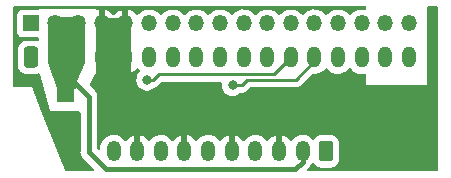
<source format=gbr>
%TF.GenerationSoftware,KiCad,Pcbnew,(6.0.1)*%
%TF.CreationDate,2022-07-04T15:46:30-07:00*%
%TF.ProjectId,mu100-dit-connector-board,6d753130-302d-4646-9974-2d636f6e6e65,rev?*%
%TF.SameCoordinates,Original*%
%TF.FileFunction,Copper,L1,Top*%
%TF.FilePolarity,Positive*%
%FSLAX46Y46*%
G04 Gerber Fmt 4.6, Leading zero omitted, Abs format (unit mm)*
G04 Created by KiCad (PCBNEW (6.0.1)) date 2022-07-04 15:46:30*
%MOMM*%
%LPD*%
G01*
G04 APERTURE LIST*
G04 Aperture macros list*
%AMRoundRect*
0 Rectangle with rounded corners*
0 $1 Rounding radius*
0 $2 $3 $4 $5 $6 $7 $8 $9 X,Y pos of 4 corners*
0 Add a 4 corners polygon primitive as box body*
4,1,4,$2,$3,$4,$5,$6,$7,$8,$9,$2,$3,0*
0 Add four circle primitives for the rounded corners*
1,1,$1+$1,$2,$3*
1,1,$1+$1,$4,$5*
1,1,$1+$1,$6,$7*
1,1,$1+$1,$8,$9*
0 Add four rect primitives between the rounded corners*
20,1,$1+$1,$2,$3,$4,$5,0*
20,1,$1+$1,$4,$5,$6,$7,0*
20,1,$1+$1,$6,$7,$8,$9,0*
20,1,$1+$1,$8,$9,$2,$3,0*%
G04 Aperture macros list end*
%TA.AperFunction,ComponentPad*%
%ADD10RoundRect,0.250000X0.350000X0.625000X-0.350000X0.625000X-0.350000X-0.625000X0.350000X-0.625000X0*%
%TD*%
%TA.AperFunction,ComponentPad*%
%ADD11O,1.200000X1.750000*%
%TD*%
%TA.AperFunction,ComponentPad*%
%ADD12O,1.200000X1.800000*%
%TD*%
%TA.AperFunction,ComponentPad*%
%ADD13RoundRect,0.250000X-0.350000X-0.650000X0.350000X-0.650000X0.350000X0.650000X-0.350000X0.650000X0*%
%TD*%
%TA.AperFunction,ComponentPad*%
%ADD14O,1.350000X1.350000*%
%TD*%
%TA.AperFunction,ComponentPad*%
%ADD15R,1.350000X1.350000*%
%TD*%
%TA.AperFunction,ViaPad*%
%ADD16C,0.800000*%
%TD*%
%TA.AperFunction,Conductor*%
%ADD17C,0.400000*%
%TD*%
%TA.AperFunction,Conductor*%
%ADD18C,0.250000*%
%TD*%
G04 APERTURE END LIST*
D10*
%TO.P,J3,1,Pin_1*%
%TO.N,unconnected-(J3-Pad1)*%
X90700000Y-68790000D03*
D11*
%TO.P,J3,2,Pin_2*%
%TO.N,+5V*%
X88700000Y-68790000D03*
%TO.P,J3,3,Pin_3*%
%TO.N,GND*%
X86700000Y-68790000D03*
%TO.P,J3,4,Pin_4*%
%TO.N,/MCLK*%
X84700000Y-68790000D03*
%TO.P,J3,5,Pin_5*%
%TO.N,GND*%
X82700000Y-68790000D03*
%TO.P,J3,6,Pin_6*%
%TO.N,/SDAT*%
X80700000Y-68790000D03*
%TO.P,J3,7,Pin_7*%
%TO.N,GND*%
X78700000Y-68790000D03*
%TO.P,J3,8,Pin_8*%
%TO.N,/BICK*%
X76700000Y-68790000D03*
%TO.P,J3,9,Pin_9*%
%TO.N,GND*%
X74700000Y-68790000D03*
%TO.P,J3,10,Pin_10*%
%TO.N,/LRCK*%
X72700000Y-68790000D03*
%TD*%
D12*
%TO.P,J2,17,Pin_17*%
%TO.N,+9VA*%
X97710000Y-60830000D03*
%TO.P,J2,16,Pin_16*%
%TO.N,GNDA*%
X95710000Y-60830000D03*
%TO.P,J2,15,Pin_15*%
%TO.N,/REB*%
X93710000Y-60830000D03*
%TO.P,J2,14,Pin_14*%
%TO.N,/REA*%
X91710000Y-60830000D03*
%TO.P,J2,13,Pin_13*%
%TO.N,/DACOL*%
X89710000Y-60830000D03*
%TO.P,J2,12,Pin_12*%
%TO.N,/WCLK*%
X87710000Y-60830000D03*
%TO.P,J2,11,Pin_11*%
%TO.N,/CK256*%
X85710000Y-60830000D03*
%TO.P,J2,10,Pin_10*%
%TO.N,unconnected-(J2-Pad10)*%
X83710000Y-60830000D03*
%TO.P,J2,9,Pin_9*%
%TO.N,/QCLK*%
X81710000Y-60830000D03*
%TO.P,J2,8,Pin_8*%
%TO.N,/SYOD*%
X79710000Y-60830000D03*
%TO.P,J2,7,Pin_7*%
%TO.N,/MEL00*%
X77710000Y-60830000D03*
%TO.P,J2,6,Pin_6*%
%TO.N,unconnected-(J2-Pad6)*%
X75710000Y-60830000D03*
%TO.P,J2,5,Pin_5*%
%TO.N,GND*%
X73710000Y-60830000D03*
%TO.P,J2,4,Pin_4*%
X71710000Y-60830000D03*
%TO.P,J2,3,Pin_3*%
%TO.N,+5V*%
X69710000Y-60830000D03*
%TO.P,J2,2,Pin_2*%
X67710000Y-60830000D03*
D13*
%TO.P,J2,1,Pin_1*%
%TO.N,/RER*%
X65710000Y-60830000D03*
%TD*%
D14*
%TO.P,J1,17,Pin_17*%
%TO.N,+9VA*%
X97710000Y-57970000D03*
%TO.P,J1,16,Pin_16*%
%TO.N,GNDA*%
X95710000Y-57970000D03*
%TO.P,J1,15,Pin_15*%
%TO.N,/REB*%
X93710000Y-57970000D03*
%TO.P,J1,14,Pin_14*%
%TO.N,/REA*%
X91710000Y-57970000D03*
%TO.P,J1,13,Pin_13*%
%TO.N,/DACOL*%
X89710000Y-57970000D03*
%TO.P,J1,12,Pin_12*%
%TO.N,/WCLK*%
X87710000Y-57970000D03*
%TO.P,J1,11,Pin_11*%
%TO.N,/CK256*%
X85710000Y-57970000D03*
%TO.P,J1,10,Pin_10*%
%TO.N,unconnected-(J1-Pad10)*%
X83710000Y-57970000D03*
%TO.P,J1,9,Pin_9*%
%TO.N,/QCLK*%
X81710000Y-57970000D03*
%TO.P,J1,8,Pin_8*%
%TO.N,/SYOD*%
X79710000Y-57970000D03*
%TO.P,J1,7,Pin_7*%
%TO.N,/MEL00*%
X77710000Y-57970000D03*
%TO.P,J1,6,Pin_6*%
%TO.N,unconnected-(J1-Pad6)*%
X75710000Y-57970000D03*
%TO.P,J1,5,Pin_5*%
%TO.N,GND*%
X73710000Y-57970000D03*
%TO.P,J1,4,Pin_4*%
X71710000Y-57970000D03*
%TO.P,J1,3,Pin_3*%
%TO.N,+5V*%
X69710000Y-57970000D03*
%TO.P,J1,2,Pin_2*%
X67710000Y-57970000D03*
D15*
%TO.P,J1,1,Pin_1*%
%TO.N,/RER*%
X65710000Y-57970000D03*
%TD*%
D16*
%TO.N,GND*%
X69400000Y-68040000D03*
X71270000Y-63010000D03*
X71760000Y-64370000D03*
X71820000Y-66050000D03*
X70190000Y-70070000D03*
%TO.N,/WCLK*%
X75539600Y-62738000D03*
%TO.N,/DACOL*%
X82778600Y-63195200D03*
%TD*%
D17*
%TO.N,+5V*%
X72043080Y-70290480D02*
X88078520Y-70290480D01*
X70612000Y-68859400D02*
X72043080Y-70290480D01*
X88078520Y-70290480D02*
X88700000Y-69669000D01*
X70612000Y-64160400D02*
X70612000Y-68859400D01*
X88700000Y-69669000D02*
X88700000Y-68790000D01*
X68605400Y-62153800D02*
X70612000Y-64160400D01*
X69710000Y-60830000D02*
X68605400Y-61934600D01*
X68605400Y-61934600D02*
X68605400Y-62153800D01*
D18*
%TO.N,/WCLK*%
X75539600Y-62738000D02*
X76062000Y-62738000D01*
X76062000Y-62738000D02*
X76519200Y-62280800D01*
X76519200Y-62280800D02*
X86259200Y-62280800D01*
X86259200Y-62280800D02*
X87710000Y-60830000D01*
%TO.N,/DACOL*%
X83540600Y-63195200D02*
X83997800Y-62738000D01*
X82778600Y-63195200D02*
X83540600Y-63195200D01*
X83997800Y-62738000D02*
X88138000Y-62738000D01*
X88138000Y-62738000D02*
X89710000Y-61166000D01*
X89710000Y-61166000D02*
X89710000Y-60830000D01*
D17*
%TO.N,+5V*%
X69316600Y-61223400D02*
X69710000Y-60830000D01*
X69316600Y-63246000D02*
X69316600Y-61223400D01*
X67710000Y-61639400D02*
X69316600Y-63246000D01*
X67710000Y-60830000D02*
X67710000Y-61639400D01*
X67710000Y-60830000D02*
X67700000Y-60840000D01*
%TD*%
%TA.AperFunction,Conductor*%
%TO.N,GND*%
G36*
X74200000Y-57574953D02*
G01*
X74195000Y-57575000D01*
X74195000Y-60775000D01*
X74200000Y-60775031D01*
X74200000Y-62300000D01*
X71200000Y-62300000D01*
X71200000Y-57500000D01*
X74200000Y-57500000D01*
X74200000Y-57574953D01*
G37*
%TD.AperFunction*%
%TD*%
%TA.AperFunction,Conductor*%
%TO.N,+5V*%
G36*
X70156845Y-57409773D02*
G01*
X70224929Y-57429899D01*
X70271325Y-57483639D01*
X70282613Y-57534954D01*
X70307025Y-61288653D01*
X70296337Y-61340261D01*
X69367400Y-63449200D01*
X69367400Y-64489409D01*
X69347398Y-64557530D01*
X69293742Y-64604023D01*
X69239228Y-64615390D01*
X68018028Y-64594335D01*
X67950262Y-64573162D01*
X67904701Y-64518713D01*
X67894200Y-64468354D01*
X67894200Y-63423800D01*
X67175683Y-61310701D01*
X67168977Y-61269350D01*
X67192370Y-57529828D01*
X67212798Y-57461834D01*
X67266744Y-57415677D01*
X67318597Y-57404616D01*
X70156845Y-57409773D01*
G37*
%TD.AperFunction*%
%TD*%
%TA.AperFunction,Conductor*%
%TO.N,GND*%
G36*
X71380000Y-56780000D02*
G01*
X66100000Y-56780000D01*
X66100000Y-56500000D01*
X71380000Y-56500000D01*
X71380000Y-56780000D01*
G37*
%TD.AperFunction*%
%TD*%
%TA.AperFunction,Conductor*%
%TO.N,GND*%
G36*
X94042121Y-56528002D02*
G01*
X94088614Y-56581658D01*
X94100000Y-56634000D01*
X94100000Y-56687273D01*
X94079998Y-56755394D01*
X94026342Y-56801887D01*
X93949419Y-56810852D01*
X93834239Y-56787941D01*
X93828464Y-56787865D01*
X93828460Y-56787865D01*
X93719419Y-56786438D01*
X93616746Y-56785094D01*
X93611049Y-56786073D01*
X93611048Y-56786073D01*
X93408065Y-56820952D01*
X93408062Y-56820953D01*
X93402375Y-56821930D01*
X93198307Y-56897214D01*
X93011376Y-57008427D01*
X92847842Y-57151842D01*
X92844270Y-57156372D01*
X92844269Y-57156374D01*
X92810007Y-57199834D01*
X92752125Y-57240947D01*
X92681205Y-57244239D01*
X92619763Y-57208667D01*
X92610100Y-57197215D01*
X92596737Y-57179319D01*
X92596730Y-57179312D01*
X92593280Y-57174691D01*
X92589044Y-57170775D01*
X92437796Y-57030963D01*
X92437793Y-57030961D01*
X92433556Y-57027044D01*
X92249599Y-56910976D01*
X92047572Y-56830376D01*
X91834239Y-56787941D01*
X91828464Y-56787865D01*
X91828460Y-56787865D01*
X91719419Y-56786438D01*
X91616746Y-56785094D01*
X91611049Y-56786073D01*
X91611048Y-56786073D01*
X91408065Y-56820952D01*
X91408062Y-56820953D01*
X91402375Y-56821930D01*
X91198307Y-56897214D01*
X91011376Y-57008427D01*
X90847842Y-57151842D01*
X90844270Y-57156372D01*
X90844269Y-57156374D01*
X90810007Y-57199834D01*
X90752125Y-57240947D01*
X90681205Y-57244239D01*
X90619763Y-57208667D01*
X90610100Y-57197215D01*
X90596737Y-57179319D01*
X90596730Y-57179312D01*
X90593280Y-57174691D01*
X90589044Y-57170775D01*
X90437796Y-57030963D01*
X90437793Y-57030961D01*
X90433556Y-57027044D01*
X90249599Y-56910976D01*
X90047572Y-56830376D01*
X89834239Y-56787941D01*
X89828464Y-56787865D01*
X89828460Y-56787865D01*
X89719419Y-56786438D01*
X89616746Y-56785094D01*
X89611049Y-56786073D01*
X89611048Y-56786073D01*
X89408065Y-56820952D01*
X89408062Y-56820953D01*
X89402375Y-56821930D01*
X89198307Y-56897214D01*
X89011376Y-57008427D01*
X88847842Y-57151842D01*
X88844270Y-57156372D01*
X88844269Y-57156374D01*
X88810007Y-57199834D01*
X88752125Y-57240947D01*
X88681205Y-57244239D01*
X88619763Y-57208667D01*
X88610100Y-57197215D01*
X88596737Y-57179319D01*
X88596730Y-57179312D01*
X88593280Y-57174691D01*
X88589044Y-57170775D01*
X88437796Y-57030963D01*
X88437793Y-57030961D01*
X88433556Y-57027044D01*
X88249599Y-56910976D01*
X88047572Y-56830376D01*
X87834239Y-56787941D01*
X87828464Y-56787865D01*
X87828460Y-56787865D01*
X87719419Y-56786438D01*
X87616746Y-56785094D01*
X87611049Y-56786073D01*
X87611048Y-56786073D01*
X87408065Y-56820952D01*
X87408062Y-56820953D01*
X87402375Y-56821930D01*
X87198307Y-56897214D01*
X87011376Y-57008427D01*
X86847842Y-57151842D01*
X86844270Y-57156372D01*
X86844269Y-57156374D01*
X86810007Y-57199834D01*
X86752125Y-57240947D01*
X86681205Y-57244239D01*
X86619763Y-57208667D01*
X86610100Y-57197215D01*
X86596737Y-57179319D01*
X86596730Y-57179312D01*
X86593280Y-57174691D01*
X86589044Y-57170775D01*
X86437796Y-57030963D01*
X86437793Y-57030961D01*
X86433556Y-57027044D01*
X86249599Y-56910976D01*
X86047572Y-56830376D01*
X85834239Y-56787941D01*
X85828464Y-56787865D01*
X85828460Y-56787865D01*
X85719419Y-56786438D01*
X85616746Y-56785094D01*
X85611049Y-56786073D01*
X85611048Y-56786073D01*
X85408065Y-56820952D01*
X85408062Y-56820953D01*
X85402375Y-56821930D01*
X85198307Y-56897214D01*
X85011376Y-57008427D01*
X84847842Y-57151842D01*
X84844270Y-57156372D01*
X84844269Y-57156374D01*
X84810007Y-57199834D01*
X84752125Y-57240947D01*
X84681205Y-57244239D01*
X84619763Y-57208667D01*
X84610100Y-57197215D01*
X84596737Y-57179319D01*
X84596730Y-57179312D01*
X84593280Y-57174691D01*
X84589044Y-57170775D01*
X84437796Y-57030963D01*
X84437793Y-57030961D01*
X84433556Y-57027044D01*
X84249599Y-56910976D01*
X84047572Y-56830376D01*
X83834239Y-56787941D01*
X83828464Y-56787865D01*
X83828460Y-56787865D01*
X83719419Y-56786438D01*
X83616746Y-56785094D01*
X83611049Y-56786073D01*
X83611048Y-56786073D01*
X83408065Y-56820952D01*
X83408062Y-56820953D01*
X83402375Y-56821930D01*
X83198307Y-56897214D01*
X83011376Y-57008427D01*
X82847842Y-57151842D01*
X82844270Y-57156372D01*
X82844269Y-57156374D01*
X82810007Y-57199834D01*
X82752125Y-57240947D01*
X82681205Y-57244239D01*
X82619763Y-57208667D01*
X82610100Y-57197215D01*
X82596737Y-57179319D01*
X82596730Y-57179312D01*
X82593280Y-57174691D01*
X82589044Y-57170775D01*
X82437796Y-57030963D01*
X82437793Y-57030961D01*
X82433556Y-57027044D01*
X82249599Y-56910976D01*
X82047572Y-56830376D01*
X81834239Y-56787941D01*
X81828464Y-56787865D01*
X81828460Y-56787865D01*
X81719419Y-56786438D01*
X81616746Y-56785094D01*
X81611049Y-56786073D01*
X81611048Y-56786073D01*
X81408065Y-56820952D01*
X81408062Y-56820953D01*
X81402375Y-56821930D01*
X81198307Y-56897214D01*
X81011376Y-57008427D01*
X80847842Y-57151842D01*
X80844270Y-57156372D01*
X80844269Y-57156374D01*
X80810007Y-57199834D01*
X80752125Y-57240947D01*
X80681205Y-57244239D01*
X80619763Y-57208667D01*
X80610100Y-57197215D01*
X80596737Y-57179319D01*
X80596730Y-57179312D01*
X80593280Y-57174691D01*
X80589044Y-57170775D01*
X80437796Y-57030963D01*
X80437793Y-57030961D01*
X80433556Y-57027044D01*
X80249599Y-56910976D01*
X80047572Y-56830376D01*
X79834239Y-56787941D01*
X79828464Y-56787865D01*
X79828460Y-56787865D01*
X79719419Y-56786438D01*
X79616746Y-56785094D01*
X79611049Y-56786073D01*
X79611048Y-56786073D01*
X79408065Y-56820952D01*
X79408062Y-56820953D01*
X79402375Y-56821930D01*
X79198307Y-56897214D01*
X79011376Y-57008427D01*
X78847842Y-57151842D01*
X78844270Y-57156372D01*
X78844269Y-57156374D01*
X78810007Y-57199834D01*
X78752125Y-57240947D01*
X78681205Y-57244239D01*
X78619763Y-57208667D01*
X78610100Y-57197215D01*
X78596737Y-57179319D01*
X78596730Y-57179312D01*
X78593280Y-57174691D01*
X78589044Y-57170775D01*
X78437796Y-57030963D01*
X78437793Y-57030961D01*
X78433556Y-57027044D01*
X78249599Y-56910976D01*
X78047572Y-56830376D01*
X77834239Y-56787941D01*
X77828464Y-56787865D01*
X77828460Y-56787865D01*
X77719419Y-56786438D01*
X77616746Y-56785094D01*
X77611049Y-56786073D01*
X77611048Y-56786073D01*
X77408065Y-56820952D01*
X77408062Y-56820953D01*
X77402375Y-56821930D01*
X77198307Y-56897214D01*
X77011376Y-57008427D01*
X76847842Y-57151842D01*
X76844270Y-57156372D01*
X76844269Y-57156374D01*
X76810007Y-57199834D01*
X76752125Y-57240947D01*
X76681205Y-57244239D01*
X76619763Y-57208667D01*
X76610100Y-57197215D01*
X76596737Y-57179319D01*
X76596730Y-57179312D01*
X76593280Y-57174691D01*
X76589044Y-57170775D01*
X76437796Y-57030963D01*
X76437793Y-57030961D01*
X76433556Y-57027044D01*
X76249599Y-56910976D01*
X76047572Y-56830376D01*
X75834239Y-56787941D01*
X75828464Y-56787865D01*
X75828460Y-56787865D01*
X75719419Y-56786438D01*
X75616746Y-56785094D01*
X75611049Y-56786073D01*
X75611048Y-56786073D01*
X75408065Y-56820952D01*
X75408062Y-56820953D01*
X75402375Y-56821930D01*
X75198307Y-56897214D01*
X75011376Y-57008427D01*
X74847842Y-57151842D01*
X74844270Y-57156373D01*
X74809688Y-57200240D01*
X74751807Y-57241353D01*
X74680887Y-57244647D01*
X74619444Y-57209075D01*
X74609780Y-57197622D01*
X74596364Y-57179655D01*
X74588671Y-57171111D01*
X74437490Y-57031361D01*
X74428365Y-57024360D01*
X74254255Y-56914505D01*
X74244008Y-56909284D01*
X74052793Y-56832997D01*
X74041767Y-56829730D01*
X73981770Y-56817797D01*
X73968894Y-56818949D01*
X73964000Y-56834102D01*
X73964000Y-59110512D01*
X73967966Y-59124018D01*
X73981883Y-59126011D01*
X73992821Y-59123385D01*
X74028499Y-59111274D01*
X74099434Y-59108318D01*
X74160707Y-59144182D01*
X74192863Y-59207478D01*
X74195000Y-59230587D01*
X74195000Y-59348371D01*
X74174998Y-59416492D01*
X74121342Y-59462985D01*
X74051068Y-59473089D01*
X74027666Y-59467398D01*
X73979279Y-59450595D01*
X73978284Y-59450352D01*
X73967992Y-59451820D01*
X73964000Y-59465385D01*
X73964000Y-62190402D01*
X73967973Y-62203933D01*
X73977399Y-62205288D01*
X74066537Y-62183806D01*
X74077832Y-62179917D01*
X74259382Y-62097371D01*
X74269724Y-62091424D01*
X74432397Y-61976032D01*
X74441425Y-61968239D01*
X74579342Y-61824169D01*
X74586741Y-61814800D01*
X74604418Y-61787423D01*
X74658172Y-61741045D01*
X74728468Y-61731091D01*
X74792985Y-61760722D01*
X74809356Y-61777937D01*
X74903604Y-61897920D01*
X74908135Y-61901852D01*
X74910853Y-61904706D01*
X74943345Y-61967831D01*
X74936552Y-62038502D01*
X74913245Y-62075907D01*
X74800560Y-62201056D01*
X74705073Y-62366444D01*
X74646058Y-62548072D01*
X74626096Y-62738000D01*
X74626786Y-62744565D01*
X74644626Y-62914300D01*
X74646058Y-62927928D01*
X74705073Y-63109556D01*
X74800560Y-63274944D01*
X74804978Y-63279851D01*
X74804979Y-63279852D01*
X74893861Y-63378565D01*
X74928347Y-63416866D01*
X75082848Y-63529118D01*
X75088876Y-63531802D01*
X75088878Y-63531803D01*
X75251281Y-63604109D01*
X75257312Y-63606794D01*
X75350468Y-63626595D01*
X75437656Y-63645128D01*
X75437661Y-63645128D01*
X75444113Y-63646500D01*
X75635087Y-63646500D01*
X75641539Y-63645128D01*
X75641544Y-63645128D01*
X75728732Y-63626595D01*
X75821888Y-63606794D01*
X75827919Y-63604109D01*
X75990322Y-63531803D01*
X75990324Y-63531802D01*
X75996352Y-63529118D01*
X76150853Y-63416866D01*
X76176830Y-63388015D01*
X76224084Y-63355173D01*
X76261913Y-63340196D01*
X76273142Y-63336351D01*
X76307983Y-63326229D01*
X76307984Y-63326229D01*
X76315593Y-63324018D01*
X76322412Y-63319985D01*
X76322417Y-63319983D01*
X76333028Y-63313707D01*
X76350776Y-63305012D01*
X76369617Y-63297552D01*
X76405387Y-63271564D01*
X76415307Y-63265048D01*
X76446535Y-63246580D01*
X76446538Y-63246578D01*
X76453362Y-63242542D01*
X76467683Y-63228221D01*
X76482717Y-63215380D01*
X76487742Y-63211729D01*
X76499107Y-63203472D01*
X76527298Y-63169395D01*
X76535288Y-63160616D01*
X76744699Y-62951205D01*
X76807011Y-62917179D01*
X76833794Y-62914300D01*
X81754682Y-62914300D01*
X81822803Y-62934302D01*
X81869296Y-62987958D01*
X81879992Y-63053470D01*
X81865096Y-63195200D01*
X81865786Y-63201765D01*
X81883626Y-63371500D01*
X81885058Y-63385128D01*
X81944073Y-63566756D01*
X82039560Y-63732144D01*
X82043978Y-63737051D01*
X82043979Y-63737052D01*
X82126052Y-63828203D01*
X82167347Y-63874066D01*
X82240266Y-63927045D01*
X82313769Y-63980448D01*
X82321848Y-63986318D01*
X82327876Y-63989002D01*
X82327878Y-63989003D01*
X82472910Y-64053575D01*
X82496312Y-64063994D01*
X82589712Y-64083847D01*
X82676656Y-64102328D01*
X82676661Y-64102328D01*
X82683113Y-64103700D01*
X82874087Y-64103700D01*
X82880539Y-64102328D01*
X82880544Y-64102328D01*
X82967488Y-64083847D01*
X83060888Y-64063994D01*
X83084290Y-64053575D01*
X83229322Y-63989003D01*
X83229324Y-63989002D01*
X83235352Y-63986318D01*
X83243432Y-63980448D01*
X83378110Y-63882598D01*
X83389853Y-63874066D01*
X83394268Y-63869163D01*
X83399180Y-63864740D01*
X83400852Y-63866597D01*
X83451711Y-63835273D01*
X83480926Y-63830889D01*
X83548586Y-63828762D01*
X83552545Y-63828700D01*
X83580456Y-63828700D01*
X83584391Y-63828203D01*
X83584456Y-63828195D01*
X83596293Y-63827262D01*
X83628551Y-63826248D01*
X83632570Y-63826122D01*
X83640489Y-63825873D01*
X83659943Y-63820221D01*
X83679300Y-63816213D01*
X83691530Y-63814668D01*
X83691531Y-63814668D01*
X83699397Y-63813674D01*
X83706768Y-63810755D01*
X83706770Y-63810755D01*
X83740512Y-63797396D01*
X83751742Y-63793551D01*
X83786583Y-63783429D01*
X83786584Y-63783429D01*
X83794193Y-63781218D01*
X83801012Y-63777185D01*
X83801017Y-63777183D01*
X83811628Y-63770907D01*
X83829376Y-63762212D01*
X83848217Y-63754752D01*
X83859701Y-63746409D01*
X83883987Y-63728764D01*
X83893907Y-63722248D01*
X83925135Y-63703780D01*
X83925138Y-63703778D01*
X83931962Y-63699742D01*
X83946283Y-63685421D01*
X83961317Y-63672580D01*
X83971294Y-63665331D01*
X83977707Y-63660672D01*
X84005898Y-63626595D01*
X84013888Y-63617816D01*
X84223299Y-63408405D01*
X84285611Y-63374379D01*
X84312394Y-63371500D01*
X88059233Y-63371500D01*
X88070416Y-63372027D01*
X88077909Y-63373702D01*
X88085835Y-63373453D01*
X88085836Y-63373453D01*
X88145986Y-63371562D01*
X88149945Y-63371500D01*
X88177856Y-63371500D01*
X88181791Y-63371003D01*
X88181856Y-63370995D01*
X88193693Y-63370062D01*
X88225951Y-63369048D01*
X88229970Y-63368922D01*
X88237889Y-63368673D01*
X88257343Y-63363021D01*
X88276700Y-63359013D01*
X88288930Y-63357468D01*
X88288931Y-63357468D01*
X88296797Y-63356474D01*
X88304168Y-63353555D01*
X88304170Y-63353555D01*
X88337912Y-63340196D01*
X88349142Y-63336351D01*
X88383983Y-63326229D01*
X88383984Y-63326229D01*
X88391593Y-63324018D01*
X88398412Y-63319985D01*
X88398417Y-63319983D01*
X88409028Y-63313707D01*
X88426776Y-63305012D01*
X88445617Y-63297552D01*
X88481387Y-63271564D01*
X88491307Y-63265048D01*
X88522535Y-63246580D01*
X88522538Y-63246578D01*
X88529362Y-63242542D01*
X88543683Y-63228221D01*
X88558717Y-63215380D01*
X88563742Y-63211729D01*
X88575107Y-63203472D01*
X88603298Y-63169395D01*
X88611288Y-63160616D01*
X89500971Y-62270933D01*
X89563283Y-62236907D01*
X89608146Y-62235332D01*
X89649663Y-62241352D01*
X89649667Y-62241352D01*
X89655604Y-62242213D01*
X89866899Y-62232433D01*
X90005127Y-62199120D01*
X90066701Y-62184281D01*
X90066703Y-62184280D01*
X90072534Y-62182875D01*
X90077992Y-62180393D01*
X90077996Y-62180392D01*
X90229776Y-62111381D01*
X90265087Y-62095326D01*
X90437611Y-61972946D01*
X90583881Y-61820150D01*
X90595124Y-61802738D01*
X90604746Y-61787837D01*
X90658501Y-61741460D01*
X90728797Y-61731507D01*
X90793314Y-61761139D01*
X90809681Y-61778351D01*
X90903604Y-61897920D01*
X90908135Y-61901852D01*
X90908138Y-61901855D01*
X90993620Y-61976032D01*
X91063363Y-62036552D01*
X91068549Y-62039552D01*
X91068553Y-62039555D01*
X91230665Y-62133339D01*
X91246454Y-62142473D01*
X91446271Y-62211861D01*
X91452206Y-62212722D01*
X91452208Y-62212722D01*
X91649664Y-62241352D01*
X91649667Y-62241352D01*
X91655604Y-62242213D01*
X91866899Y-62232433D01*
X92005127Y-62199120D01*
X92066701Y-62184281D01*
X92066703Y-62184280D01*
X92072534Y-62182875D01*
X92077992Y-62180393D01*
X92077996Y-62180392D01*
X92229776Y-62111381D01*
X92265087Y-62095326D01*
X92437611Y-61972946D01*
X92583881Y-61820150D01*
X92595124Y-61802738D01*
X92604746Y-61787837D01*
X92658501Y-61741460D01*
X92728797Y-61731507D01*
X92793314Y-61761139D01*
X92809681Y-61778351D01*
X92903604Y-61897920D01*
X92908135Y-61901852D01*
X92908138Y-61901855D01*
X92993620Y-61976032D01*
X93063363Y-62036552D01*
X93068549Y-62039552D01*
X93068553Y-62039555D01*
X93230665Y-62133339D01*
X93246454Y-62142473D01*
X93446271Y-62211861D01*
X93452206Y-62212722D01*
X93452208Y-62212722D01*
X93649664Y-62241352D01*
X93649667Y-62241352D01*
X93655604Y-62242213D01*
X93866899Y-62232433D01*
X93944480Y-62213736D01*
X94015390Y-62217221D01*
X94073160Y-62258490D01*
X94099447Y-62324441D01*
X94100000Y-62336229D01*
X94100000Y-63213400D01*
X99209400Y-63213400D01*
X99209400Y-56634000D01*
X99229402Y-56565879D01*
X99283058Y-56519386D01*
X99335400Y-56508000D01*
X100056000Y-56508000D01*
X100124121Y-56528002D01*
X100170614Y-56581658D01*
X100182000Y-56634000D01*
X100182000Y-70366000D01*
X100161998Y-70434121D01*
X100108342Y-70480614D01*
X100056000Y-70492000D01*
X89183162Y-70492000D01*
X89115041Y-70471998D01*
X89068548Y-70418342D01*
X89058444Y-70348068D01*
X89087938Y-70283488D01*
X89094067Y-70276905D01*
X89180536Y-70190436D01*
X89186801Y-70184582D01*
X89224664Y-70151552D01*
X89224665Y-70151551D01*
X89230385Y-70146561D01*
X89267136Y-70094271D01*
X89271028Y-70089029D01*
X89310476Y-70038718D01*
X89313600Y-70031799D01*
X89314988Y-70029507D01*
X89323357Y-70014835D01*
X89324622Y-70012475D01*
X89328990Y-70006261D01*
X89331750Y-69999183D01*
X89335340Y-69992487D01*
X89337333Y-69993555D01*
X89375056Y-69945226D01*
X89422725Y-69911412D01*
X89422726Y-69911411D01*
X89427611Y-69907946D01*
X89431753Y-69903619D01*
X89431759Y-69903614D01*
X89518806Y-69812683D01*
X89580361Y-69777306D01*
X89651270Y-69780825D01*
X89709021Y-69822121D01*
X89716965Y-69833504D01*
X89751522Y-69889348D01*
X89876697Y-70014305D01*
X89882927Y-70018145D01*
X89882928Y-70018146D01*
X90020090Y-70102694D01*
X90027262Y-70107115D01*
X90107005Y-70133564D01*
X90188611Y-70160632D01*
X90188613Y-70160632D01*
X90195139Y-70162797D01*
X90201975Y-70163497D01*
X90201978Y-70163498D01*
X90245031Y-70167909D01*
X90299600Y-70173500D01*
X91100400Y-70173500D01*
X91103646Y-70173163D01*
X91103650Y-70173163D01*
X91199308Y-70163238D01*
X91199312Y-70163237D01*
X91206166Y-70162526D01*
X91212702Y-70160345D01*
X91212704Y-70160345D01*
X91344806Y-70116272D01*
X91373946Y-70106550D01*
X91524348Y-70013478D01*
X91649305Y-69888303D01*
X91683081Y-69833509D01*
X91738275Y-69743968D01*
X91738276Y-69743966D01*
X91742115Y-69737738D01*
X91768564Y-69657995D01*
X91795632Y-69576389D01*
X91795632Y-69576387D01*
X91797797Y-69569861D01*
X91808500Y-69465400D01*
X91808500Y-68114600D01*
X91797526Y-68008834D01*
X91793749Y-67997511D01*
X91743868Y-67848002D01*
X91741550Y-67841054D01*
X91648478Y-67690652D01*
X91523303Y-67565695D01*
X91517072Y-67561854D01*
X91378968Y-67476725D01*
X91378966Y-67476724D01*
X91372738Y-67472885D01*
X91264005Y-67436820D01*
X91211389Y-67419368D01*
X91211387Y-67419368D01*
X91204861Y-67417203D01*
X91198025Y-67416503D01*
X91198022Y-67416502D01*
X91154969Y-67412091D01*
X91100400Y-67406500D01*
X90299600Y-67406500D01*
X90296354Y-67406837D01*
X90296350Y-67406837D01*
X90200692Y-67416762D01*
X90200688Y-67416763D01*
X90193834Y-67417474D01*
X90187298Y-67419655D01*
X90187296Y-67419655D01*
X90123117Y-67441067D01*
X90026054Y-67473450D01*
X89875652Y-67566522D01*
X89750695Y-67691697D01*
X89746855Y-67697927D01*
X89746854Y-67697928D01*
X89718926Y-67743236D01*
X89666154Y-67790729D01*
X89596082Y-67802153D01*
X89530958Y-67773879D01*
X89512582Y-67754955D01*
X89506396Y-67747080D01*
X89501865Y-67743148D01*
X89501862Y-67743145D01*
X89351167Y-67612379D01*
X89346637Y-67608448D01*
X89341451Y-67605448D01*
X89341447Y-67605445D01*
X89168742Y-67505533D01*
X89163546Y-67502527D01*
X88963729Y-67433139D01*
X88957794Y-67432278D01*
X88957792Y-67432278D01*
X88760336Y-67403648D01*
X88760333Y-67403648D01*
X88754396Y-67402787D01*
X88543101Y-67412567D01*
X88430466Y-67439712D01*
X88343299Y-67460719D01*
X88343297Y-67460720D01*
X88337466Y-67462125D01*
X88332008Y-67464607D01*
X88332004Y-67464608D01*
X88240990Y-67505990D01*
X88144913Y-67549674D01*
X87972389Y-67672054D01*
X87826119Y-67824850D01*
X87822870Y-67829881D01*
X87822865Y-67829888D01*
X87804967Y-67857607D01*
X87751211Y-67903984D01*
X87680915Y-67913937D01*
X87616398Y-67884304D01*
X87600030Y-67867091D01*
X87509738Y-67752143D01*
X87501501Y-67743494D01*
X87350877Y-67612788D01*
X87341153Y-67605853D01*
X87168533Y-67505990D01*
X87157669Y-67501016D01*
X86969273Y-67435593D01*
X86968284Y-67435352D01*
X86957992Y-67436820D01*
X86954000Y-67450385D01*
X86954000Y-68918000D01*
X86933998Y-68986121D01*
X86880342Y-69032614D01*
X86828000Y-69044000D01*
X86572000Y-69044000D01*
X86503879Y-69023998D01*
X86457386Y-68970342D01*
X86446000Y-68918000D01*
X86446000Y-67454598D01*
X86442027Y-67441067D01*
X86432601Y-67439712D01*
X86343463Y-67461194D01*
X86332168Y-67465083D01*
X86150618Y-67547629D01*
X86140276Y-67553576D01*
X85977603Y-67668968D01*
X85968575Y-67676761D01*
X85830658Y-67820831D01*
X85823259Y-67830200D01*
X85805582Y-67857577D01*
X85751828Y-67903955D01*
X85681532Y-67913909D01*
X85617015Y-67884278D01*
X85600644Y-67867063D01*
X85510102Y-67751798D01*
X85506396Y-67747080D01*
X85501865Y-67743148D01*
X85501862Y-67743145D01*
X85351167Y-67612379D01*
X85346637Y-67608448D01*
X85341451Y-67605448D01*
X85341447Y-67605445D01*
X85168742Y-67505533D01*
X85163546Y-67502527D01*
X84963729Y-67433139D01*
X84957794Y-67432278D01*
X84957792Y-67432278D01*
X84760336Y-67403648D01*
X84760333Y-67403648D01*
X84754396Y-67402787D01*
X84543101Y-67412567D01*
X84430466Y-67439712D01*
X84343299Y-67460719D01*
X84343297Y-67460720D01*
X84337466Y-67462125D01*
X84332008Y-67464607D01*
X84332004Y-67464608D01*
X84240990Y-67505990D01*
X84144913Y-67549674D01*
X83972389Y-67672054D01*
X83826119Y-67824850D01*
X83822870Y-67829881D01*
X83822865Y-67829888D01*
X83804967Y-67857607D01*
X83751211Y-67903984D01*
X83680915Y-67913937D01*
X83616398Y-67884304D01*
X83600030Y-67867091D01*
X83509738Y-67752143D01*
X83501501Y-67743494D01*
X83350877Y-67612788D01*
X83341153Y-67605853D01*
X83168533Y-67505990D01*
X83157669Y-67501016D01*
X82969273Y-67435593D01*
X82968284Y-67435352D01*
X82957992Y-67436820D01*
X82954000Y-67450385D01*
X82954000Y-68918000D01*
X82933998Y-68986121D01*
X82880342Y-69032614D01*
X82828000Y-69044000D01*
X82572000Y-69044000D01*
X82503879Y-69023998D01*
X82457386Y-68970342D01*
X82446000Y-68918000D01*
X82446000Y-67454598D01*
X82442027Y-67441067D01*
X82432601Y-67439712D01*
X82343463Y-67461194D01*
X82332168Y-67465083D01*
X82150618Y-67547629D01*
X82140276Y-67553576D01*
X81977603Y-67668968D01*
X81968575Y-67676761D01*
X81830658Y-67820831D01*
X81823259Y-67830200D01*
X81805582Y-67857577D01*
X81751828Y-67903955D01*
X81681532Y-67913909D01*
X81617015Y-67884278D01*
X81600644Y-67867063D01*
X81510102Y-67751798D01*
X81506396Y-67747080D01*
X81501865Y-67743148D01*
X81501862Y-67743145D01*
X81351167Y-67612379D01*
X81346637Y-67608448D01*
X81341451Y-67605448D01*
X81341447Y-67605445D01*
X81168742Y-67505533D01*
X81163546Y-67502527D01*
X80963729Y-67433139D01*
X80957794Y-67432278D01*
X80957792Y-67432278D01*
X80760336Y-67403648D01*
X80760333Y-67403648D01*
X80754396Y-67402787D01*
X80543101Y-67412567D01*
X80430466Y-67439712D01*
X80343299Y-67460719D01*
X80343297Y-67460720D01*
X80337466Y-67462125D01*
X80332008Y-67464607D01*
X80332004Y-67464608D01*
X80240990Y-67505990D01*
X80144913Y-67549674D01*
X79972389Y-67672054D01*
X79826119Y-67824850D01*
X79822870Y-67829881D01*
X79822865Y-67829888D01*
X79804967Y-67857607D01*
X79751211Y-67903984D01*
X79680915Y-67913937D01*
X79616398Y-67884304D01*
X79600030Y-67867091D01*
X79509738Y-67752143D01*
X79501501Y-67743494D01*
X79350877Y-67612788D01*
X79341153Y-67605853D01*
X79168533Y-67505990D01*
X79157669Y-67501016D01*
X78969273Y-67435593D01*
X78968284Y-67435352D01*
X78957992Y-67436820D01*
X78954000Y-67450385D01*
X78954000Y-68918000D01*
X78933998Y-68986121D01*
X78880342Y-69032614D01*
X78828000Y-69044000D01*
X78572000Y-69044000D01*
X78503879Y-69023998D01*
X78457386Y-68970342D01*
X78446000Y-68918000D01*
X78446000Y-67454598D01*
X78442027Y-67441067D01*
X78432601Y-67439712D01*
X78343463Y-67461194D01*
X78332168Y-67465083D01*
X78150618Y-67547629D01*
X78140276Y-67553576D01*
X77977603Y-67668968D01*
X77968575Y-67676761D01*
X77830658Y-67820831D01*
X77823259Y-67830200D01*
X77805582Y-67857577D01*
X77751828Y-67903955D01*
X77681532Y-67913909D01*
X77617015Y-67884278D01*
X77600644Y-67867063D01*
X77510102Y-67751798D01*
X77506396Y-67747080D01*
X77501865Y-67743148D01*
X77501862Y-67743145D01*
X77351167Y-67612379D01*
X77346637Y-67608448D01*
X77341451Y-67605448D01*
X77341447Y-67605445D01*
X77168742Y-67505533D01*
X77163546Y-67502527D01*
X76963729Y-67433139D01*
X76957794Y-67432278D01*
X76957792Y-67432278D01*
X76760336Y-67403648D01*
X76760333Y-67403648D01*
X76754396Y-67402787D01*
X76543101Y-67412567D01*
X76430466Y-67439712D01*
X76343299Y-67460719D01*
X76343297Y-67460720D01*
X76337466Y-67462125D01*
X76332008Y-67464607D01*
X76332004Y-67464608D01*
X76240990Y-67505990D01*
X76144913Y-67549674D01*
X75972389Y-67672054D01*
X75826119Y-67824850D01*
X75822870Y-67829881D01*
X75822865Y-67829888D01*
X75804967Y-67857607D01*
X75751211Y-67903984D01*
X75680915Y-67913937D01*
X75616398Y-67884304D01*
X75600030Y-67867091D01*
X75509738Y-67752143D01*
X75501501Y-67743494D01*
X75350877Y-67612788D01*
X75341153Y-67605853D01*
X75168533Y-67505990D01*
X75157669Y-67501016D01*
X74969273Y-67435593D01*
X74968284Y-67435352D01*
X74957992Y-67436820D01*
X74954000Y-67450385D01*
X74954000Y-68918000D01*
X74933998Y-68986121D01*
X74880342Y-69032614D01*
X74828000Y-69044000D01*
X74572000Y-69044000D01*
X74503879Y-69023998D01*
X74457386Y-68970342D01*
X74446000Y-68918000D01*
X74446000Y-67454598D01*
X74442027Y-67441067D01*
X74432601Y-67439712D01*
X74343463Y-67461194D01*
X74332168Y-67465083D01*
X74150618Y-67547629D01*
X74140276Y-67553576D01*
X73977603Y-67668968D01*
X73968575Y-67676761D01*
X73830658Y-67820831D01*
X73823259Y-67830200D01*
X73805582Y-67857577D01*
X73751828Y-67903955D01*
X73681532Y-67913909D01*
X73617015Y-67884278D01*
X73600644Y-67867063D01*
X73510102Y-67751798D01*
X73506396Y-67747080D01*
X73501865Y-67743148D01*
X73501862Y-67743145D01*
X73351167Y-67612379D01*
X73346637Y-67608448D01*
X73341451Y-67605448D01*
X73341447Y-67605445D01*
X73168742Y-67505533D01*
X73163546Y-67502527D01*
X72963729Y-67433139D01*
X72957794Y-67432278D01*
X72957792Y-67432278D01*
X72760336Y-67403648D01*
X72760333Y-67403648D01*
X72754396Y-67402787D01*
X72543101Y-67412567D01*
X72430466Y-67439712D01*
X72343299Y-67460719D01*
X72343297Y-67460720D01*
X72337466Y-67462125D01*
X72332008Y-67464607D01*
X72332004Y-67464608D01*
X72240990Y-67505990D01*
X72144913Y-67549674D01*
X71972389Y-67672054D01*
X71826119Y-67824850D01*
X71711380Y-68002548D01*
X71632314Y-68198737D01*
X71591772Y-68406337D01*
X71591500Y-68411899D01*
X71591500Y-68532740D01*
X71571498Y-68600861D01*
X71517842Y-68647354D01*
X71447568Y-68657458D01*
X71382988Y-68627964D01*
X71376405Y-68621835D01*
X71357405Y-68602835D01*
X71323379Y-68540523D01*
X71320500Y-68513740D01*
X71320500Y-64189312D01*
X71320792Y-64180742D01*
X71324209Y-64130624D01*
X71324209Y-64130620D01*
X71324725Y-64123048D01*
X71313738Y-64060097D01*
X71312776Y-64053575D01*
X71306014Y-63997698D01*
X71305102Y-63990158D01*
X71302419Y-63983057D01*
X71301778Y-63980448D01*
X71297315Y-63964138D01*
X71296550Y-63961602D01*
X71295243Y-63954116D01*
X71269556Y-63895600D01*
X71267065Y-63889496D01*
X71247173Y-63836852D01*
X71247172Y-63836851D01*
X71244487Y-63829744D01*
X71240183Y-63823481D01*
X71238946Y-63821115D01*
X71230701Y-63806303D01*
X71229368Y-63804049D01*
X71226315Y-63797095D01*
X71187413Y-63746398D01*
X71183541Y-63741068D01*
X71151661Y-63694680D01*
X71151656Y-63694675D01*
X71147357Y-63688419D01*
X71116215Y-63660672D01*
X71100830Y-63646965D01*
X71095554Y-63641984D01*
X70757842Y-63304272D01*
X70723816Y-63241960D01*
X70731079Y-63165650D01*
X70822751Y-62951205D01*
X71132557Y-62226479D01*
X71177725Y-62171704D01*
X71245337Y-62150044D01*
X71289748Y-62156978D01*
X71440727Y-62209407D01*
X71441716Y-62209648D01*
X71452008Y-62208180D01*
X71456000Y-62194615D01*
X71456000Y-62190402D01*
X71964000Y-62190402D01*
X71967973Y-62203933D01*
X71977399Y-62205288D01*
X72066537Y-62183806D01*
X72077832Y-62179917D01*
X72259382Y-62097371D01*
X72269724Y-62091424D01*
X72432397Y-61976032D01*
X72441425Y-61968239D01*
X72579342Y-61824169D01*
X72586742Y-61814799D01*
X72604705Y-61786979D01*
X72658460Y-61740601D01*
X72728756Y-61730647D01*
X72793273Y-61760278D01*
X72809643Y-61777493D01*
X72900262Y-61892857D01*
X72908499Y-61901506D01*
X73059123Y-62032212D01*
X73068847Y-62039147D01*
X73241467Y-62139010D01*
X73252331Y-62143984D01*
X73440727Y-62209407D01*
X73441716Y-62209648D01*
X73452008Y-62208180D01*
X73456000Y-62194615D01*
X73456000Y-61102115D01*
X73451525Y-61086876D01*
X73450135Y-61085671D01*
X73442452Y-61084000D01*
X71982115Y-61084000D01*
X71966876Y-61088475D01*
X71965671Y-61089865D01*
X71964000Y-61097548D01*
X71964000Y-62190402D01*
X71456000Y-62190402D01*
X71456000Y-60557885D01*
X71964000Y-60557885D01*
X71968475Y-60573124D01*
X71969865Y-60574329D01*
X71977548Y-60576000D01*
X73437885Y-60576000D01*
X73453124Y-60571525D01*
X73454329Y-60570135D01*
X73456000Y-60562452D01*
X73456000Y-59469598D01*
X73452027Y-59456067D01*
X73442601Y-59454712D01*
X73353463Y-59476194D01*
X73342168Y-59480083D01*
X73160618Y-59562629D01*
X73150276Y-59568576D01*
X72987603Y-59683968D01*
X72978575Y-59691761D01*
X72840658Y-59835831D01*
X72833258Y-59845201D01*
X72815295Y-59873021D01*
X72761540Y-59919399D01*
X72691244Y-59929353D01*
X72626727Y-59899722D01*
X72610357Y-59882507D01*
X72519738Y-59767143D01*
X72511501Y-59758494D01*
X72360877Y-59627788D01*
X72351153Y-59620853D01*
X72178533Y-59520990D01*
X72167669Y-59516016D01*
X71979273Y-59450593D01*
X71978284Y-59450352D01*
X71967992Y-59451820D01*
X71964000Y-59465385D01*
X71964000Y-60557885D01*
X71456000Y-60557885D01*
X71456000Y-59469598D01*
X71452027Y-59456067D01*
X71442601Y-59454712D01*
X71351721Y-59476614D01*
X71280810Y-59473129D01*
X71223040Y-59431859D01*
X71196753Y-59365908D01*
X71196200Y-59354121D01*
X71196200Y-59224429D01*
X71216202Y-59156308D01*
X71269858Y-59109815D01*
X71340132Y-59099711D01*
X71350007Y-59101536D01*
X71438331Y-59121521D01*
X71452405Y-59120632D01*
X71456000Y-59111233D01*
X71456000Y-59110512D01*
X71964000Y-59110512D01*
X71967966Y-59124018D01*
X71981883Y-59126011D01*
X71992817Y-59123386D01*
X72187763Y-59057210D01*
X72198272Y-59052531D01*
X72377882Y-58951944D01*
X72387375Y-58945420D01*
X72545653Y-58813782D01*
X72553782Y-58805653D01*
X72610249Y-58737759D01*
X72669187Y-58698175D01*
X72740169Y-58696739D01*
X72802938Y-58736502D01*
X72810724Y-58745619D01*
X72958191Y-58889275D01*
X72967124Y-58896509D01*
X73138299Y-59010884D01*
X73148409Y-59016374D01*
X73337566Y-59097642D01*
X73348499Y-59101194D01*
X73438332Y-59121521D01*
X73452405Y-59120632D01*
X73456000Y-59111233D01*
X73456000Y-58242115D01*
X73451525Y-58226876D01*
X73450135Y-58225671D01*
X73442452Y-58224000D01*
X71982115Y-58224000D01*
X71966876Y-58228475D01*
X71965671Y-58229865D01*
X71964000Y-58237548D01*
X71964000Y-59110512D01*
X71456000Y-59110512D01*
X71456000Y-57697885D01*
X71964000Y-57697885D01*
X71968475Y-57713124D01*
X71969865Y-57714329D01*
X71977548Y-57716000D01*
X73437885Y-57716000D01*
X73453124Y-57711525D01*
X73454329Y-57710135D01*
X73456000Y-57702452D01*
X73456000Y-56831337D01*
X73452194Y-56818375D01*
X73437278Y-56816439D01*
X73408202Y-56821435D01*
X73397082Y-56824415D01*
X73203940Y-56895669D01*
X73193562Y-56900619D01*
X73016639Y-57005877D01*
X73007327Y-57012643D01*
X72852547Y-57148381D01*
X72844629Y-57156725D01*
X72809996Y-57200656D01*
X72752115Y-57241768D01*
X72681195Y-57245062D01*
X72619752Y-57209490D01*
X72610088Y-57198037D01*
X72596363Y-57179656D01*
X72588662Y-57171103D01*
X72437490Y-57031361D01*
X72428365Y-57024360D01*
X72254255Y-56914505D01*
X72244008Y-56909284D01*
X72052793Y-56832997D01*
X72041767Y-56829730D01*
X71981770Y-56817797D01*
X71968894Y-56818949D01*
X71964000Y-56834102D01*
X71964000Y-57697885D01*
X71456000Y-57697885D01*
X71456000Y-56831337D01*
X71452194Y-56818375D01*
X71437278Y-56816439D01*
X71408202Y-56821435D01*
X71397078Y-56824416D01*
X71349315Y-56842036D01*
X71278481Y-56846848D01*
X71216291Y-56812600D01*
X71206074Y-56795309D01*
X71196200Y-56786753D01*
X71196200Y-56508000D01*
X93974000Y-56508000D01*
X94042121Y-56528002D01*
G37*
%TD.AperFunction*%
%TA.AperFunction,Conductor*%
G36*
X66395600Y-56783317D02*
G01*
X66373463Y-56786500D01*
X64986866Y-56786500D01*
X64924684Y-56793255D01*
X64788295Y-56844385D01*
X64671739Y-56931739D01*
X64584385Y-57048295D01*
X64533255Y-57184684D01*
X64526500Y-57246866D01*
X64526500Y-58693134D01*
X64533255Y-58755316D01*
X64584385Y-58891705D01*
X64671739Y-59008261D01*
X64788295Y-59095615D01*
X64924684Y-59146745D01*
X64986866Y-59153500D01*
X66269600Y-59153500D01*
X66337721Y-59173502D01*
X66384214Y-59227158D01*
X66395600Y-59279500D01*
X66395600Y-59317609D01*
X66375598Y-59385730D01*
X66321942Y-59432223D01*
X66251668Y-59442327D01*
X66229934Y-59437202D01*
X66221392Y-59434369D01*
X66221390Y-59434369D01*
X66214861Y-59432203D01*
X66208025Y-59431503D01*
X66208022Y-59431502D01*
X66164969Y-59427091D01*
X66110400Y-59421500D01*
X65309600Y-59421500D01*
X65306354Y-59421837D01*
X65306350Y-59421837D01*
X65210692Y-59431762D01*
X65210688Y-59431763D01*
X65203834Y-59432474D01*
X65197298Y-59434655D01*
X65197296Y-59434655D01*
X65105188Y-59465385D01*
X65036054Y-59488450D01*
X64885652Y-59581522D01*
X64760695Y-59706697D01*
X64756855Y-59712927D01*
X64756854Y-59712928D01*
X64675320Y-59845201D01*
X64667885Y-59857262D01*
X64612203Y-60025139D01*
X64601500Y-60129600D01*
X64601500Y-61530400D01*
X64612474Y-61636166D01*
X64614655Y-61642702D01*
X64614655Y-61642704D01*
X64647603Y-61741460D01*
X64668450Y-61803946D01*
X64761522Y-61954348D01*
X64886697Y-62079305D01*
X64892927Y-62083145D01*
X64892928Y-62083146D01*
X65009896Y-62155246D01*
X65037262Y-62172115D01*
X65117005Y-62198564D01*
X65198611Y-62225632D01*
X65198613Y-62225632D01*
X65205139Y-62227797D01*
X65211975Y-62228497D01*
X65211978Y-62228498D01*
X65250386Y-62232433D01*
X65309600Y-62238500D01*
X66110400Y-62238500D01*
X66113646Y-62238163D01*
X66113650Y-62238163D01*
X66209308Y-62228238D01*
X66209312Y-62228237D01*
X66216166Y-62227526D01*
X66222702Y-62225345D01*
X66222704Y-62225345D01*
X66301310Y-62199120D01*
X66372260Y-62196536D01*
X66433344Y-62232720D01*
X66462269Y-62283787D01*
X67360800Y-65405000D01*
X69773800Y-65405000D01*
X69773800Y-65409018D01*
X69813011Y-65409022D01*
X69872733Y-65447411D01*
X69902219Y-65511995D01*
X69903500Y-65529914D01*
X69903500Y-68830488D01*
X69903208Y-68839058D01*
X69899275Y-68896752D01*
X69900580Y-68904229D01*
X69900580Y-68904230D01*
X69910261Y-68959699D01*
X69911223Y-68966221D01*
X69918898Y-69029642D01*
X69921581Y-69036743D01*
X69922222Y-69039352D01*
X69926685Y-69055662D01*
X69927450Y-69058198D01*
X69928757Y-69065684D01*
X69931811Y-69072641D01*
X69954442Y-69124195D01*
X69956933Y-69130299D01*
X69979513Y-69190056D01*
X69983817Y-69196319D01*
X69985054Y-69198685D01*
X69993299Y-69213497D01*
X69994632Y-69215751D01*
X69997685Y-69222705D01*
X70002307Y-69228728D01*
X70036579Y-69273391D01*
X70040459Y-69278732D01*
X70072339Y-69325120D01*
X70072344Y-69325125D01*
X70076643Y-69331381D01*
X70082313Y-69336432D01*
X70082314Y-69336434D01*
X70123170Y-69372835D01*
X70128446Y-69377816D01*
X71027535Y-70276905D01*
X71061561Y-70339217D01*
X71056496Y-70410032D01*
X71013949Y-70466868D01*
X70947429Y-70491679D01*
X70938440Y-70492000D01*
X68698794Y-70492000D01*
X68630673Y-70471998D01*
X68581634Y-70412362D01*
X68011005Y-68970342D01*
X66600145Y-65405000D01*
X65786000Y-63347600D01*
X64324000Y-63347600D01*
X64255879Y-63327598D01*
X64209386Y-63273942D01*
X64198000Y-63221600D01*
X64198000Y-56634000D01*
X64218002Y-56565879D01*
X64271658Y-56519386D01*
X64324000Y-56508000D01*
X66395600Y-56508000D01*
X66395600Y-56783317D01*
G37*
%TD.AperFunction*%
%TD*%
M02*

</source>
